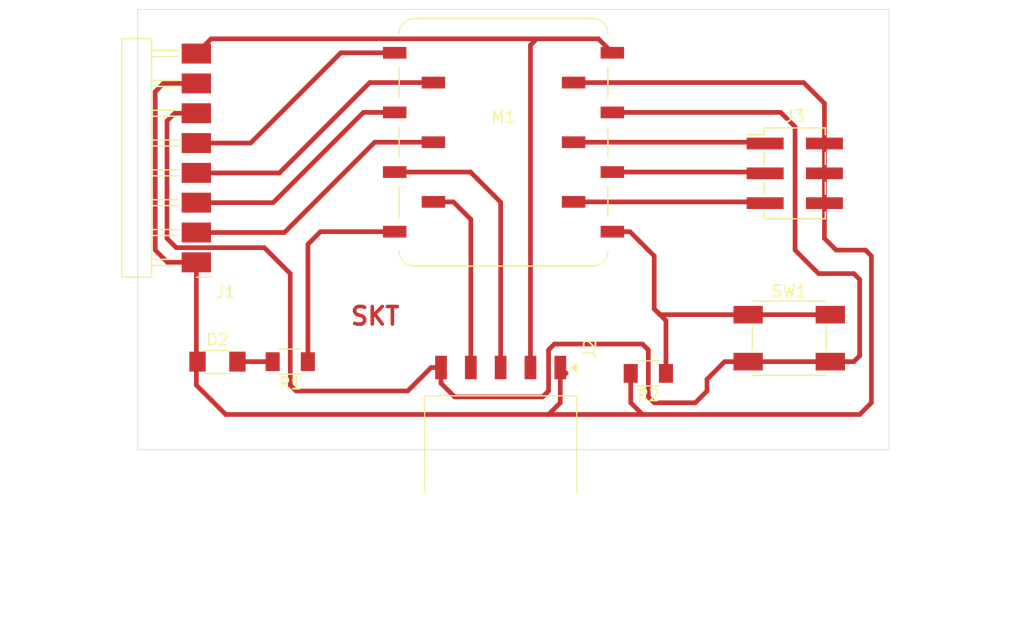
<source format=kicad_pcb>
(kicad_pcb (version 20241229) (generator "pcbnew") (generator_version "9.0")
  (layers (0 "F.Cu" signal) (2 "B.Cu" signal) (13 "F.Paste" user) (15 "B.Paste" user) (5 "F.SilkS" user "F.Silkscreen") (7 "B.SilkS" user "B.Silkscreen") (1 "F.Mask" user) (3 "B.Mask" user) (25 "Edge.Cuts" user))
  (net 0 "")
  (net 1 "PWR_GND")
  (net 2 "A3")
  (net 3 "PWR_5V")
  (net 4 "A0")
  (net 5 "A2")
  (net 6 "A1")
  (net 7 "PWR_3V3")
  (net 8 "SDA")
  (net 9 "SCL")
  (net 10 "D10")
  (net 11 "D8")
  (net 12 "D9")
  (net 13 "D7")
  (net 14 "A6")
  (net 15 "Net-(D2-A)")
  (footprint "PCM_fab:Module_XIAO_Generic_SocketSMD" (layer "F.Cu") (at 125.665 72.31)
    (property "Reference" "M1" (at 0.0025 -2.149 0) (layer "F.SilkS"))
    (property "Value" "Module_XIAO_Generic_SocketSMD")
    (fp_line (start -8.89 -6.35) (end -8.89 -3.81) (stroke (width 0.12)) (layer "F.SilkS"))
    (fp_line (start -8.89 -1.27) (end -8.89 1.27) (stroke (width 0.12)) (layer "F.SilkS"))
    (fp_line (start -8.89 3.81) (end -8.89 6.35) (stroke (width 0.12)) (layer "F.SilkS"))
    (fp_line (start -7.6175 -10.531) (end 7.6225 -10.531) (stroke (width 0.12)) (layer "F.SilkS"))
    (fp_line (start 7.6225 10.551) (end -7.6175 10.551) (stroke (width 0.12)) (layer "F.SilkS"))
    (fp_line (start 8.89 -6.35) (end 8.89 -3.81) (stroke (width 0.12)) (layer "F.SilkS"))
    (fp_line (start 8.89 -1.27) (end 8.89 1.27) (stroke (width 0.12)) (layer "F.SilkS"))
    (fp_line (start 8.89 3.81) (end 8.89 6.35) (stroke (width 0.12)) (layer "F.SilkS"))
    (fp_arc (start -8.8875 -9.261) (mid -8.515526 -10.159026) (end -7.6175 -10.531) (stroke (width 0.12)) (layer "F.SilkS"))
    (fp_arc (start -7.6175 10.551) (mid -8.515526 10.179026) (end -8.8875 9.281) (stroke (width 0.12)) (layer "F.SilkS"))
    (fp_arc (start 7.6225 -10.531) (mid 8.520526 -10.159026) (end 8.8925 -9.261) (stroke (width 0.12)) (layer "F.SilkS"))
    (fp_arc (start 8.8925 9.281) (mid 8.520526 10.179026) (end 7.6225 10.551) (stroke (width 0.12)) (layer "F.SilkS"))
    (pad "1" smd rect (at -9.27 -7.62) (size 2 1) (layers "F.Cu" "F.Mask" "F.Paste") (net 4 "A0"))
    (pad "2" smd rect (at -5.97 -5.08) (size 2 1) (layers "F.Cu" "F.Mask" "F.Paste") (net 6 "A1"))
    (pad "3" smd rect (at -9.27 -2.54) (size 2 1) (layers "F.Cu" "F.Mask" "F.Paste") (net 5 "A2"))
    (pad "4" smd rect (at -5.97 0) (size 2 1) (layers "F.Cu" "F.Mask" "F.Paste") (net 2 "A3"))
    (pad "5" smd rect (at -9.27 2.54) (size 2 1) (layers "F.Cu" "F.Mask" "F.Paste") (net 8 "SDA"))
    (pad "6" smd rect (at -5.97 5.08) (size 2 1) (layers "F.Cu" "F.Mask" "F.Paste") (net 9 "SCL"))
    (pad "7" smd rect (at -9.27 7.62) (size 2 1) (layers "F.Cu" "F.Mask" "F.Paste") (net 14 "A6"))
    (pad "8" smd rect (at 9.27 7.62) (size 2 1) (layers "F.Cu" "F.Mask" "F.Paste") (net 13 "D7"))
    (pad "9" smd rect (at 5.97 5.08) (size 2 1) (layers "F.Cu" "F.Mask" "F.Paste") (net 11 "D8"))
    (pad "10" smd rect (at 9.27 2.54) (size 2 1) (layers "F.Cu" "F.Mask" "F.Paste") (net 12 "D9"))
    (pad "11" smd rect (at 5.97 0) (size 2 1) (layers "F.Cu" "F.Mask" "F.Paste") (net 10 "D10"))
    (pad "12" smd rect (at 9.27 -2.54) (size 2 1) (layers "F.Cu" "F.Mask" "F.Paste") (net 7 "PWR_3V3"))
    (pad "13" smd rect (at 5.97 -5.08) (size 2 1) (layers "F.Cu" "F.Mask" "F.Paste") (net 1 "PWR_GND"))
    (pad "14" smd rect (at 9.27 -7.62) (size 2 1) (layers "F.Cu" "F.Mask" "F.Paste") (net 3 "PWR_5V"))
  )
  (footprint "PCM_fab:R_1206" (layer "F.Cu") (at 138 92 180)
    (property "Reference" "R2" (at 0 -1.85 0) (layer "F.SilkS"))
    (property "Value" "R_500K")
    (fp_line (start 1 1.07) (end -1 1.07) (stroke (width 0.12)) (layer "F.SilkS"))
    (fp_line (start -1 -1.07) (end 1 -1.07) (stroke (width 0.12)) (layer "F.SilkS"))
    (pad "1" smd rect (at -1.5 0 180) (size 1.2 1.6) (layers "F.Cu" "F.Mask" "F.Paste") (net 13 "D7"))
    (pad "2" smd rect (at 1.5 0 180) (size 1.2 1.6) (layers "F.Cu" "F.Mask" "F.Paste") (net 1 "PWR_GND"))
  )
  (footprint "PCM_fab:R_1206" (layer "F.Cu") (at 107.5 91 180)
    (property "Reference" "R1" (at 0 -1.85 0) (layer "F.SilkS"))
    (property "Value" "R_1K")
    (fp_line (start 1 1.07) (end -1 1.07) (stroke (width 0.12)) (layer "F.SilkS"))
    (fp_line (start -1 -1.07) (end 1 -1.07) (stroke (width 0.12)) (layer "F.SilkS"))
    (pad "1" smd rect (at -1.5 0 180) (size 1.2 1.6) (layers "F.Cu" "F.Mask" "F.Paste") (net 14 "A6"))
    (pad "2" smd rect (at 1.5 0 180) (size 1.2 1.6) (layers "F.Cu" "F.Mask" "F.Paste") (net 15 "Net-(D2-A)"))
  )
  (footprint "PCM_fab:PinHeader_02x03_P2.54mm_Vertical_SMD" (layer "F.Cu") (at 150.475 74.96)
    (property "Reference" "J3" (at 0 -4.87 0) (layer "F.SilkS"))
    (property "Value" "Conn_PinHeader_UPDI_2x03_P2.54mm_Vertical_SMD")
    (fp_line (start -4.04 -3.3) (end -2.6 -3.3) (stroke (width 0.12)) (layer "F.SilkS"))
    (fp_line (start -2.6 -3.87) (end -2.6 -3.3) (stroke (width 0.12)) (layer "F.SilkS"))
    (fp_line (start -2.6 -3.87) (end 2.6 -3.87) (stroke (width 0.12)) (layer "F.SilkS"))
    (fp_line (start -2.6 -1.78) (end -2.6 -0.76) (stroke (width 0.12)) (layer "F.SilkS"))
    (fp_line (start -2.6 0.76) (end -2.6 1.78) (stroke (width 0.12)) (layer "F.SilkS"))
    (fp_line (start -2.6 3.3) (end -2.6 3.87) (stroke (width 0.12)) (layer "F.SilkS"))
    (fp_line (start -2.6 3.87) (end 2.6 3.87) (stroke (width 0.12)) (layer "F.SilkS"))
    (fp_line (start 2.6 -3.87) (end 2.6 -3.3) (stroke (width 0.12)) (layer "F.SilkS"))
    (fp_line (start 2.6 -1.78) (end 2.6 -0.76) (stroke (width 0.12)) (layer "F.SilkS"))
    (fp_line (start 2.6 0.76) (end 2.6 1.78) (stroke (width 0.12)) (layer "F.SilkS"))
    (fp_line (start 2.6 3.3) (end 2.6 3.87) (stroke (width 0.12)) (layer "F.SilkS"))
    (pad "1" smd rect (at -2.525 -2.54) (size 3.15 1) (layers "F.Cu" "F.Mask" "F.Paste") (net 10 "D10"))
    (pad "2" smd rect (at 2.525 -2.54) (size 3.15 1) (layers "F.Cu" "F.Mask" "F.Paste") (net 1 "PWR_GND"))
    (pad "3" smd rect (at -2.525 0) (size 3.15 1) (layers "F.Cu" "F.Mask" "F.Paste") (net 12 "D9"))
    (pad "4" smd rect (at 2.525 0) (size 3.15 1) (layers "F.Cu" "F.Mask" "F.Paste") (net 1 "PWR_GND"))
    (pad "5" smd rect (at -2.525 2.54) (size 3.15 1) (layers "F.Cu" "F.Mask" "F.Paste") (net 11 "D8"))
    (pad "6" smd rect (at 2.525 2.54) (size 3.15 1) (layers "F.Cu" "F.Mask" "F.Paste") (net 1 "PWR_GND"))
  )
  (footprint "PCM_fab:LED_1206" (layer "F.Cu") (at 101.3 91)
    (property "Reference" "D2" (at 0 -1.85 0) (layer "F.SilkS"))
    (property "Value" "LED_1206")
    (fp_line (start -1.1 -0.95) (end 1.1 -0.95) (stroke (width 0.12)) (layer "F.SilkS"))
    (fp_line (start -1.1 1) (end 1.1 1) (stroke (width 0.12)) (layer "F.SilkS"))
    (pad "1" smd rect (at -1.7 0) (size 1.4 1.7) (layers "F.Cu" "F.Mask" "F.Paste") (net 1 "PWR_GND"))
    (pad "2" smd rect (at 1.7 0) (size 1.4 1.7) (layers "F.Cu" "F.Mask" "F.Paste") (net 15 "Net-(D2-A)"))
  )
  (footprint "PCM_fab:PinSocket_01x05_P2.54mm_Horizontal_SMD" (layer "F.Cu") (at 130.5 91.5 -90)
    (property "Reference" "J2" (at -0.635 -2.54 90) (layer "F.SilkS") (effects (justify left)))
    (property "Value" "PinSocket_01x05_P2.54mm_Horizontal_SMD")
    (fp_line (start 2.413 11.557) (end 10.668 11.557) (stroke (width 0.1)) (layer "F.SilkS"))
    (fp_line (start 2.413 -1.397) (end 2.413 11.557) (stroke (width 0.1)) (layer "F.SilkS"))
    (fp_line (start 10.668 -1.397) (end 2.413 -1.397) (stroke (width 0.1)) (layer "F.SilkS"))
    (fp_poly (pts (xy 0 -0.889) (xy -0.381 -1.397) (xy 0.381 -1.397)) (stroke (width 0.1)) (fill yes) (layer "F.SilkS"))
    (pad "1" smd rect (at 0 0 270) (size 2 1) (layers "F.Cu" "F.Mask" "F.Paste") (net 1 "PWR_GND"))
    (pad "2" smd rect (at 0 2.54 270) (size 2 1) (layers "F.Cu" "F.Mask" "F.Paste") (net 3 "PWR_5V"))
    (pad "3" smd rect (at 0 5.08 270) (size 2 1) (layers "F.Cu" "F.Mask" "F.Paste") (net 8 "SDA"))
    (pad "4" smd rect (at 0 7.62 270) (size 2 1) (layers "F.Cu" "F.Mask" "F.Paste") (net 9 "SCL"))
    (pad "5" smd rect (at 0 10.16 270) (size 2 1) (layers "F.Cu" "F.Mask" "F.Paste") (net 7 "PWR_3V3"))
  )
  (footprint "PCM_fab:PinHeader_01x08_P2.54mm_Horizontal_SMD" (layer "F.Cu") (at 99.5 82.54 180)
    (property "Reference" "J1" (at -1.524 -2.54 0) (layer "F.SilkS") (effects (justify left)))
    (property "Value" "PinHeader_01x08_P2.54mm_Horizontal_SMD")
    (fp_line (start 6.35 19.05) (end 3.81 19.05) (stroke (width 0.12)) (layer "F.SilkS"))
    (fp_line (start 6.35 -1.27) (end 6.35 19.05) (stroke (width 0.12)) (layer "F.SilkS"))
    (fp_line (start 3.81 19.05) (end 3.81 -1.27) (stroke (width 0.12)) (layer "F.SilkS"))
    (fp_line (start 3.81 18.034) (end 1.5 18.034) (stroke (width 0.12)) (layer "F.SilkS"))
    (fp_line (start 3.81 17.526) (end 1.5 17.526) (stroke (width 0.12)) (layer "F.SilkS"))
    (fp_line (start 3.81 15.494) (end 1.5 15.5) (stroke (width 0.12)) (layer "F.SilkS"))
    (fp_line (start 3.81 14.986) (end 1.5 14.986) (stroke (width 0.12)) (layer "F.SilkS"))
    (fp_line (start 3.81 12.954) (end 1.5 12.954) (stroke (width 0.12)) (layer "F.SilkS"))
    (fp_line (start 3.81 12.446) (end 1.5 12.446) (stroke (width 0.12)) (layer "F.SilkS"))
    (fp_line (start 3.81 10.414) (end 1.5 10.414) (stroke (width 0.12)) (layer "F.SilkS"))
    (fp_line (start 3.81 9.906) (end 1.5 9.906) (stroke (width 0.12)) (layer "F.SilkS"))
    (fp_line (start 3.81 7.874) (end 1.5 7.874) (stroke (width 0.12)) (layer "F.SilkS"))
    (fp_line (start 3.81 7.366) (end 1.5 7.366) (stroke (width 0.12)) (layer "F.SilkS"))
    (fp_line (start 3.81 5.334) (end 1.5 5.334) (stroke (width 0.12)) (layer "F.SilkS"))
    (fp_line (start 3.81 4.826) (end 1.5 4.826) (stroke (width 0.12)) (layer "F.SilkS"))
    (fp_line (start 3.81 2.794) (end 1.5 2.794) (stroke (width 0.12)) (layer "F.SilkS"))
    (fp_line (start 3.81 2.286) (end 1.5 2.286) (stroke (width 0.12)) (layer "F.SilkS"))
    (fp_line (start 3.81 0.254) (end 1.5 0.254) (stroke (width 0.12)) (layer "F.SilkS"))
    (fp_line (start 3.81 -0.254) (end 1.5 -0.254) (stroke (width 0.12)) (layer "F.SilkS"))
    (fp_line (start 3.81 -1.27) (end 6.35 -1.27) (stroke (width 0.12)) (layer "F.SilkS"))
    (fp_line (start -1.27 -1.27) (end 0 -1.27) (stroke (width 0.12)) (layer "F.SilkS"))
    (pad "1" smd rect (at 0 0 180) (size 2.5 1.7) (layers "F.Cu" "F.Mask" "F.Paste") (net 1 "PWR_GND"))
    (pad "2" smd rect (at 0 2.54 180) (size 2.5 1.7) (layers "F.Cu" "F.Mask" "F.Paste") (net 2 "A3"))
    (pad "3" smd rect (at 0 5.08 180) (size 2.5 1.7) (layers "F.Cu" "F.Mask" "F.Paste") (net 5 "A2"))
    (pad "4" smd rect (at 0 7.62 180) (size 2.5 1.7) (layers "F.Cu" "F.Mask" "F.Paste") (net 6 "A1"))
    (pad "5" smd rect (at 0 10.16 180) (size 2.5 1.7) (layers "F.Cu" "F.Mask" "F.Paste") (net 4 "A0"))
    (pad "6" smd rect (at 0 12.7 180) (size 2.5 1.7) (layers "F.Cu" "F.Mask" "F.Paste") (net 7 "PWR_3V3"))
    (pad "7" smd rect (at 0 15.24 180) (size 2.5 1.7) (layers "F.Cu" "F.Mask" "F.Paste") (net 1 "PWR_GND"))
    (pad "8" smd rect (at 0 17.78 180) (size 2.5 1.7) (layers "F.Cu" "F.Mask" "F.Paste") (net 3 "PWR_5V"))
  )
  (footprint "PCM_fab:Button_Omron_B3SN_6.0x6.0mm" (layer "F.Cu") (at 150 89)
    (property "Reference" "SW1" (at 0 -4 0) (layer "F.SilkS"))
    (property "Value" "Switch_Tactile_Omron")
    (fp_line (start -3.15 -3.15) (end 3.15 -3.15) (stroke (width 0.12)) (layer "F.SilkS"))
    (fp_line (start -3.15 1) (end -3.15 -1) (stroke (width 0.12)) (layer "F.SilkS"))
    (fp_line (start 3.15 -1) (end 3.15 1) (stroke (width 0.12)) (layer "F.SilkS"))
    (fp_line (start 3.15 3.15) (end -3.15 3.15) (stroke (width 0.12)) (layer "F.SilkS"))
    (pad "1" smd rect (at -3.5 -2) (size 2.5 1.5) (layers "F.Cu" "F.Mask" "F.Paste") (net 13 "D7"))
    (pad "1" smd rect (at 3.5 -2) (size 2.5 1.5) (layers "F.Cu" "F.Mask" "F.Paste") (net 13 "D7"))
    (pad "2" smd rect (at -3.5 2) (size 2.5 1.5) (layers "F.Cu" "F.Mask" "F.Paste") (net 7 "PWR_3V3"))
    (pad "2" smd rect (at 3.5 2) (size 2.5 1.5) (layers "F.Cu" "F.Mask" "F.Paste") (net 7 "PWR_3V3"))
  )
  (gr_rect (start 94.5 61) (end 158.5 98.5) (stroke (width 0.05)) (fill no) (layer "Edge.Cuts"))
  (gr_text "SKT" (at 112.5 88 0) (layer "F.Cu") (effects (font (size 1.5 1.5) (thickness 0.3) (bold yes)) (justify left bottom)))
  (segment (start 99.5 93) (end 99.5 91) (width 0.4) (layer "F.Cu") (net 1))
  (segment (start 96 68) (end 96 81.5) (width 0.4) (layer "F.Cu") (net 1))
  (segment (start 156.5 81.5) (end 157 82) (width 0.4) (layer "F.Cu") (net 1))
  (segment (start 157 94.5) (end 156 95.5) (width 0.4) (layer "F.Cu") (net 1))
  (segment (start 102 95.5) (end 99.5 93) (width 0.4) (layer "F.Cu") (net 1))
  (segment (start 131 92) (end 130.5 91.5) (width 0.4) (layer "F.Cu") (net 1))
  (segment (start 153 74.96) (end 153 77.5) (width 0.4) (layer "F.Cu") (net 1))
  (segment (start 137.5 95.5) (end 129.5 95.5) (width 0.4) (layer "F.Cu") (net 1))
  (segment (start 151.23 67.23) (end 153 69) (width 0.4) (layer "F.Cu") (net 1))
  (segment (start 99.5 82.54) (end 99.5 91) (width 0.4) (layer "F.Cu") (net 1))
  (segment (start 131.635 67.23) (end 151.23 67.23) (width 0.4) (layer "F.Cu") (net 1))
  (segment (start 153 80.5) (end 154 81.5) (width 0.4) (layer "F.Cu") (net 1))
  (segment (start 156 95.5) (end 137.5 95.5) (width 0.4) (layer "F.Cu") (net 1))
  (segment (start 97.04 82.54) (end 99.5 82.54) (width 0.4) (layer "F.Cu") (net 1))
  (segment (start 129.5 95.5) (end 102 95.5) (width 0.4) (layer "F.Cu") (net 1))
  (segment (start 130.5 94.5) (end 129.5 95.5) (width 0.4) (layer "F.Cu") (net 1))
  (segment (start 153 72.42) (end 153 74.96) (width 0.4) (layer "F.Cu") (net 1))
  (segment (start 137.5 95.5) (end 136.5 94.5) (width 0.4) (layer "F.Cu") (net 1))
  (segment (start 99.5 67.3) (end 96.7 67.3) (width 0.4) (layer "F.Cu") (net 1))
  (segment (start 153 69) (end 153 72.42) (width 0.4) (layer "F.Cu") (net 1))
  (segment (start 96.7 67.3) (end 96 68) (width 0.4) (layer "F.Cu") (net 1))
  (segment (start 153 77.5) (end 153 80.5) (width 0.4) (layer "F.Cu") (net 1))
  (segment (start 154 81.5) (end 156.5 81.5) (width 0.4) (layer "F.Cu") (net 1))
  (segment (start 96 81.5) (end 97.04 82.54) (width 0.4) (layer "F.Cu") (net 1))
  (segment (start 130.5 91.5) (end 130.5 94.5) (width 0.4) (layer "F.Cu") (net 1))
  (segment (start 157 82) (end 157 94.5) (width 0.4) (layer "F.Cu") (net 1))
  (segment (start 136.5 94.5) (end 136.5 92) (width 0.4) (layer "F.Cu") (net 1))
  (segment (start 114.69 72.31) (end 107 80) (width 0.4) (layer "F.Cu") (net 2))
  (segment (start 107 80) (end 99.5 80) (width 0.4) (layer "F.Cu") (net 2))
  (segment (start 119.695 72.31) (end 114.69 72.31) (width 0.4) (layer "F.Cu") (net 2))
  (segment (start 100.76 63.5) (end 128.5 63.5) (width 0.4) (layer "F.Cu") (net 3))
  (segment (start 127.96 64.04) (end 128.5 63.5) (width 0.4) (layer "F.Cu") (net 3))
  (segment (start 99.5 64.76) (end 100.76 63.5) (width 0.4) (layer "F.Cu") (net 3))
  (segment (start 127.96 91.5) (end 127.96 64.04) (width 0.4) (layer "F.Cu") (net 3))
  (segment (start 128.5 63.5) (end 133.745 63.5) (width 0.4) (layer "F.Cu") (net 3))
  (segment (start 133.745 63.5) (end 134.935 64.69) (width 0.4) (layer "F.Cu") (net 3))
  (segment (start 116.395 64.69) (end 111.81 64.69) (width 0.4) (layer "F.Cu") (net 4))
  (segment (start 104.12 72.38) (end 99.5 72.38) (width 0.4) (layer "F.Cu") (net 4))
  (segment (start 111.81 64.69) (end 104.12 72.38) (width 0.4) (layer "F.Cu") (net 4))
  (segment (start 116.395 69.77) (end 113.73 69.77) (width 0.4) (layer "F.Cu") (net 5))
  (segment (start 113.73 69.77) (end 106.04 77.46) (width 0.4) (layer "F.Cu") (net 5))
  (segment (start 106.04 77.46) (end 99.5 77.46) (width 0.4) (layer "F.Cu") (net 5))
  (segment (start 106.58 74.92) (end 99.5 74.92) (width 0.4) (layer "F.Cu") (net 6))
  (segment (start 119.695 67.23) (end 114.27 67.23) (width 0.4) (layer "F.Cu") (net 6))
  (segment (start 114.27 67.23) (end 106.58 74.92) (width 0.4) (layer "F.Cu") (net 6))
  (segment (start 142 94.5) (end 138.5 94.5) (width 0.4) (layer "F.Cu") (net 7))
  (segment (start 156 84) (end 156 90.5) (width 0.4) (layer "F.Cu") (net 7))
  (segment (start 130 89.5) (end 129.5 90) (width 0.4) (layer "F.Cu") (net 7))
  (segment (start 137.5 89.5) (end 130 89.5) (width 0.4) (layer "F.Cu") (net 7))
  (segment (start 129.5 93.5) (end 129 94) (width 0.4) (layer "F.Cu") (net 7))
  (segment (start 138 90) (end 137.5 89.5) (width 0.4) (layer "F.Cu") (net 7))
  (segment (start 155.5 91) (end 153.5 91) (width 0.4) (layer "F.Cu") (net 7))
  (segment (start 99.5 69.84) (end 97.66 69.84) (width 0.4) (layer "F.Cu") (net 7))
  (segment (start 119.5 91.5) (end 120.34 91.5) (width 0.4) (layer "F.Cu") (net 7))
  (segment (start 143 93.5) (end 142 94.5) (width 0.4) (layer "F.Cu") (net 7))
  (segment (start 146.5 91) (end 153.5 91) (width 0.4) (layer "F.Cu") (net 7))
  (segment (start 97.789 81.289) (end 105.289 81.289) (width 0.4) (layer "F.Cu") (net 7))
  (segment (start 129 94) (end 121.5 94) (width 0.4) (layer "F.Cu") (net 7))
  (segment (start 155.5 83.5) (end 156 84) (width 0.4) (layer "F.Cu") (net 7))
  (segment (start 149.27 69.77) (end 150.5 71) (width 0.4) (layer "F.Cu") (net 7))
  (segment (start 129.5 90) (end 129.5 93.5) (width 0.4) (layer "F.Cu") (net 7))
  (segment (start 97.66 69.84) (end 97 70.5) (width 0.4) (layer "F.Cu") (net 7))
  (segment (start 138.5 94.5) (end 138 94) (width 0.4) (layer "F.Cu") (net 7))
  (segment (start 138 94) (end 138 90) (width 0.4) (layer "F.Cu") (net 7))
  (segment (start 143 92.5) (end 143 93.5) (width 0.4) (layer "F.Cu") (net 7))
  (segment (start 121.5 94) (end 120.34 92.84) (width 0.4) (layer "F.Cu") (net 7))
  (segment (start 97 80.5) (end 97.789 81.289) (width 0.4) (layer "F.Cu") (net 7))
  (segment (start 97 70.5) (end 97 80.5) (width 0.4) (layer "F.Cu") (net 7))
  (segment (start 105.289 81.289) (end 107.5 83.5) (width 0.4) (layer "F.Cu") (net 7))
  (segment (start 144.5 91) (end 143 92.5) (width 0.4) (layer "F.Cu") (net 7))
  (segment (start 117.5 93.5) (end 119.5 91.5) (width 0.4) (layer "F.Cu") (net 7))
  (segment (start 108 93.5) (end 117.5 93.5) (width 0.4) (layer "F.Cu") (net 7))
  (segment (start 146.5 91) (end 144.5 91) (width 0.4) (layer "F.Cu") (net 7))
  (segment (start 152.5 83.5) (end 155.5 83.5) (width 0.4) (layer "F.Cu") (net 7))
  (segment (start 134.935 69.77) (end 149.27 69.77) (width 0.4) (layer "F.Cu") (net 7))
  (segment (start 107.5 93) (end 108 93.5) (width 0.4) (layer "F.Cu") (net 7))
  (segment (start 156 90.5) (end 155.5 91) (width 0.4) (layer "F.Cu") (net 7))
  (segment (start 150.5 71) (end 150.5 81.5) (width 0.4) (layer "F.Cu") (net 7))
  (segment (start 150.5 81.5) (end 152.5 83.5) (width 0.4) (layer "F.Cu") (net 7))
  (segment (start 107.5 83.5) (end 107.5 93) (width 0.4) (layer "F.Cu") (net 7))
  (segment (start 120.34 92.84) (end 120.34 91.5) (width 0.4) (layer "F.Cu") (net 7))
  (segment (start 122.85 74.85) (end 125.42 77.42) (width 0.4) (layer "F.Cu") (net 8))
  (segment (start 116.395 74.85) (end 122.85 74.85) (width 0.4) (layer "F.Cu") (net 8))
  (segment (start 125.42 77.42) (end 125.42 91.5) (width 0.4) (layer "F.Cu") (net 8))
  (segment (start 121.39 77.39) (end 122.88 78.88) (width 0.4) (layer "F.Cu") (net 9))
  (segment (start 122.88 78.88) (end 122.88 91.5) (width 0.4) (layer "F.Cu") (net 9))
  (segment (start 119.695 77.39) (end 121.39 77.39) (width 0.4) (layer "F.Cu") (net 9))
  (segment (start 147.84 72.31) (end 147.95 72.42) (width 0.4) (layer "F.Cu") (net 10))
  (segment (start 131.635 72.31) (end 147.84 72.31) (width 0.4) (layer "F.Cu") (net 10))
  (segment (start 147.84 77.39) (end 147.95 77.5) (width 0.4) (layer "F.Cu") (net 11))
  (segment (start 131.635 77.39) (end 147.84 77.39) (width 0.4) (layer "F.Cu") (net 11))
  (segment (start 134.935 74.85) (end 147.84 74.85) (width 0.4) (layer "F.Cu") (net 12))
  (segment (start 147.84 74.85) (end 147.95 74.96) (width 0.4) (layer "F.Cu") (net 12))
  (segment (start 138.5 86.5) (end 138.5 85.5) (width 0.4) (layer "F.Cu") (net 13))
  (segment (start 136.43 79.93) (end 134.935 79.93) (width 0.4) (layer "F.Cu") (net 13))
  (segment (start 146.5 87) (end 139 87) (width 0.4) (layer "F.Cu") (net 13))
  (segment (start 139 87) (end 138.5 86.5) (width 0.4) (layer "F.Cu") (net 13))
  (segment (start 138.5 85.5) (end 138.5 82) (width 0.4) (layer "F.Cu") (net 13))
  (segment (start 139.5 92) (end 139.5 87.5) (width 0.4) (layer "F.Cu") (net 13))
  (segment (start 139.5 87.5) (end 138.5 86.5) (width 0.4) (layer "F.Cu") (net 13))
  (segment (start 146.5 87) (end 153.5 87) (width 0.4) (layer "F.Cu") (net 13))
  (segment (start 138.5 82) (end 136.43 79.93) (width 0.4) (layer "F.Cu") (net 13))
  (segment (start 109 81) (end 110.07 79.93) (width 0.4) (layer "F.Cu") (net 14))
  (segment (start 110.07 79.93) (end 116.395 79.93) (width 0.4) (layer "F.Cu") (net 14))
  (segment (start 109 91) (end 109 81) (width 0.4) (layer "F.Cu") (net 14))
  (segment (start 103 91) (end 106 91) (width 0.4) (layer "F.Cu") (net 15))
)
</source>
